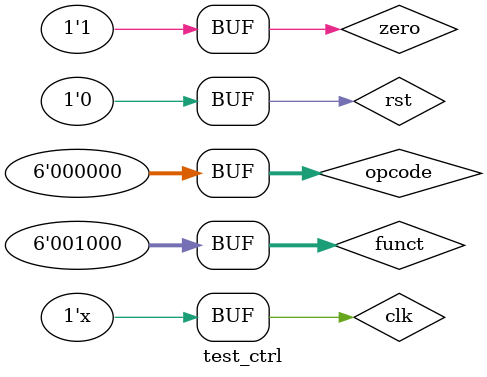
<source format=v>
module test_ctrl;
  reg clk, rst;
  reg [5:0] opcode, funct;
  reg zero;
  wire [1:0] RegDst, MemToReg, npc_sel, ALUOp, ExtOp;
  wire RegWrite, ALUSrc, MemWrite, write_30, pcwr, irwr;
  wire islb, issb;
  
  controller ctrl1(clk, rst, opcode, funct, zero, RegDst, RegWrite, ALUSrc, MemToReg, MemWrite, npc_sel, ALUOp, ExtOp, write_30, pcwr, irwr, islb, issb);
  
  initial
  begin
    clk = 0;
    rst = 0;
    opcode = 6'b000000;
    funct = 6'b001000;
    zero = 1;
    
  end
  
  always
    #50 clk = ~clk;
endmodule

</source>
